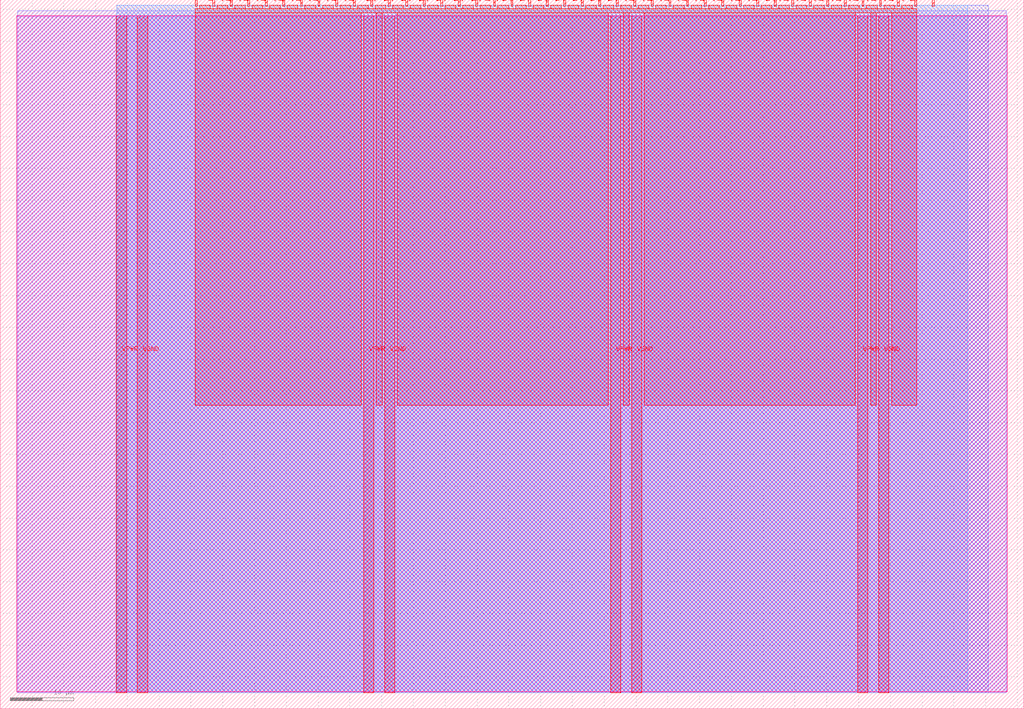
<source format=lef>
VERSION 5.7 ;
  NOWIREEXTENSIONATPIN ON ;
  DIVIDERCHAR "/" ;
  BUSBITCHARS "[]" ;
MACRO tt_um_morse_w_serial
  CLASS BLOCK ;
  FOREIGN tt_um_morse_w_serial ;
  ORIGIN 0.000 0.000 ;
  SIZE 161.000 BY 111.520 ;
  PIN VGND
    DIRECTION INOUT ;
    USE GROUND ;
    PORT
      LAYER met4 ;
        RECT 21.580 2.480 23.180 109.040 ;
    END
    PORT
      LAYER met4 ;
        RECT 60.450 2.480 62.050 109.040 ;
    END
    PORT
      LAYER met4 ;
        RECT 99.320 2.480 100.920 109.040 ;
    END
    PORT
      LAYER met4 ;
        RECT 138.190 2.480 139.790 109.040 ;
    END
  END VGND
  PIN VPWR
    DIRECTION INOUT ;
    USE POWER ;
    PORT
      LAYER met4 ;
        RECT 18.280 2.480 19.880 109.040 ;
    END
    PORT
      LAYER met4 ;
        RECT 57.150 2.480 58.750 109.040 ;
    END
    PORT
      LAYER met4 ;
        RECT 96.020 2.480 97.620 109.040 ;
    END
    PORT
      LAYER met4 ;
        RECT 134.890 2.480 136.490 109.040 ;
    END
  END VPWR
  PIN clk
    DIRECTION INPUT ;
    USE SIGNAL ;
    ANTENNAGATEAREA 0.852000 ;
    PORT
      LAYER met4 ;
        RECT 143.830 110.520 144.130 111.520 ;
    END
  END clk
  PIN ena
    DIRECTION INPUT ;
    USE SIGNAL ;
    PORT
      LAYER met4 ;
        RECT 146.590 110.520 146.890 111.520 ;
    END
  END ena
  PIN rst_n
    DIRECTION INPUT ;
    USE SIGNAL ;
    ANTENNAGATEAREA 0.196500 ;
    PORT
      LAYER met4 ;
        RECT 141.070 110.520 141.370 111.520 ;
    END
  END rst_n
  PIN ui_in[0]
    DIRECTION INPUT ;
    USE SIGNAL ;
    ANTENNAGATEAREA 0.196500 ;
    PORT
      LAYER met4 ;
        RECT 138.310 110.520 138.610 111.520 ;
    END
  END ui_in[0]
  PIN ui_in[1]
    DIRECTION INPUT ;
    USE SIGNAL ;
    ANTENNAGATEAREA 0.196500 ;
    PORT
      LAYER met4 ;
        RECT 135.550 110.520 135.850 111.520 ;
    END
  END ui_in[1]
  PIN ui_in[2]
    DIRECTION INPUT ;
    USE SIGNAL ;
    ANTENNAGATEAREA 0.196500 ;
    PORT
      LAYER met4 ;
        RECT 132.790 110.520 133.090 111.520 ;
    END
  END ui_in[2]
  PIN ui_in[3]
    DIRECTION INPUT ;
    USE SIGNAL ;
    ANTENNAGATEAREA 0.196500 ;
    PORT
      LAYER met4 ;
        RECT 130.030 110.520 130.330 111.520 ;
    END
  END ui_in[3]
  PIN ui_in[4]
    DIRECTION INPUT ;
    USE SIGNAL ;
    PORT
      LAYER met4 ;
        RECT 127.270 110.520 127.570 111.520 ;
    END
  END ui_in[4]
  PIN ui_in[5]
    DIRECTION INPUT ;
    USE SIGNAL ;
    PORT
      LAYER met4 ;
        RECT 124.510 110.520 124.810 111.520 ;
    END
  END ui_in[5]
  PIN ui_in[6]
    DIRECTION INPUT ;
    USE SIGNAL ;
    PORT
      LAYER met4 ;
        RECT 121.750 110.520 122.050 111.520 ;
    END
  END ui_in[6]
  PIN ui_in[7]
    DIRECTION INPUT ;
    USE SIGNAL ;
    ANTENNAGATEAREA 0.126000 ;
    PORT
      LAYER met4 ;
        RECT 118.990 110.520 119.290 111.520 ;
    END
  END ui_in[7]
  PIN uio_in[0]
    DIRECTION INPUT ;
    USE SIGNAL ;
    PORT
      LAYER met4 ;
        RECT 116.230 110.520 116.530 111.520 ;
    END
  END uio_in[0]
  PIN uio_in[1]
    DIRECTION INPUT ;
    USE SIGNAL ;
    PORT
      LAYER met4 ;
        RECT 113.470 110.520 113.770 111.520 ;
    END
  END uio_in[1]
  PIN uio_in[2]
    DIRECTION INPUT ;
    USE SIGNAL ;
    PORT
      LAYER met4 ;
        RECT 110.710 110.520 111.010 111.520 ;
    END
  END uio_in[2]
  PIN uio_in[3]
    DIRECTION INPUT ;
    USE SIGNAL ;
    PORT
      LAYER met4 ;
        RECT 107.950 110.520 108.250 111.520 ;
    END
  END uio_in[3]
  PIN uio_in[4]
    DIRECTION INPUT ;
    USE SIGNAL ;
    PORT
      LAYER met4 ;
        RECT 105.190 110.520 105.490 111.520 ;
    END
  END uio_in[4]
  PIN uio_in[5]
    DIRECTION INPUT ;
    USE SIGNAL ;
    PORT
      LAYER met4 ;
        RECT 102.430 110.520 102.730 111.520 ;
    END
  END uio_in[5]
  PIN uio_in[6]
    DIRECTION INPUT ;
    USE SIGNAL ;
    PORT
      LAYER met4 ;
        RECT 99.670 110.520 99.970 111.520 ;
    END
  END uio_in[6]
  PIN uio_in[7]
    DIRECTION INPUT ;
    USE SIGNAL ;
    PORT
      LAYER met4 ;
        RECT 96.910 110.520 97.210 111.520 ;
    END
  END uio_in[7]
  PIN uio_oe[0]
    DIRECTION OUTPUT ;
    USE SIGNAL ;
    PORT
      LAYER met4 ;
        RECT 49.990 110.520 50.290 111.520 ;
    END
  END uio_oe[0]
  PIN uio_oe[1]
    DIRECTION OUTPUT ;
    USE SIGNAL ;
    PORT
      LAYER met4 ;
        RECT 47.230 110.520 47.530 111.520 ;
    END
  END uio_oe[1]
  PIN uio_oe[2]
    DIRECTION OUTPUT ;
    USE SIGNAL ;
    PORT
      LAYER met4 ;
        RECT 44.470 110.520 44.770 111.520 ;
    END
  END uio_oe[2]
  PIN uio_oe[3]
    DIRECTION OUTPUT ;
    USE SIGNAL ;
    PORT
      LAYER met4 ;
        RECT 41.710 110.520 42.010 111.520 ;
    END
  END uio_oe[3]
  PIN uio_oe[4]
    DIRECTION OUTPUT ;
    USE SIGNAL ;
    PORT
      LAYER met4 ;
        RECT 38.950 110.520 39.250 111.520 ;
    END
  END uio_oe[4]
  PIN uio_oe[5]
    DIRECTION OUTPUT ;
    USE SIGNAL ;
    PORT
      LAYER met4 ;
        RECT 36.190 110.520 36.490 111.520 ;
    END
  END uio_oe[5]
  PIN uio_oe[6]
    DIRECTION OUTPUT ;
    USE SIGNAL ;
    PORT
      LAYER met4 ;
        RECT 33.430 110.520 33.730 111.520 ;
    END
  END uio_oe[6]
  PIN uio_oe[7]
    DIRECTION OUTPUT ;
    USE SIGNAL ;
    PORT
      LAYER met4 ;
        RECT 30.670 110.520 30.970 111.520 ;
    END
  END uio_oe[7]
  PIN uio_out[0]
    DIRECTION OUTPUT ;
    USE SIGNAL ;
    PORT
      LAYER met4 ;
        RECT 72.070 110.520 72.370 111.520 ;
    END
  END uio_out[0]
  PIN uio_out[1]
    DIRECTION OUTPUT ;
    USE SIGNAL ;
    PORT
      LAYER met4 ;
        RECT 69.310 110.520 69.610 111.520 ;
    END
  END uio_out[1]
  PIN uio_out[2]
    DIRECTION OUTPUT ;
    USE SIGNAL ;
    PORT
      LAYER met4 ;
        RECT 66.550 110.520 66.850 111.520 ;
    END
  END uio_out[2]
  PIN uio_out[3]
    DIRECTION OUTPUT ;
    USE SIGNAL ;
    PORT
      LAYER met4 ;
        RECT 63.790 110.520 64.090 111.520 ;
    END
  END uio_out[3]
  PIN uio_out[4]
    DIRECTION OUTPUT ;
    USE SIGNAL ;
    PORT
      LAYER met4 ;
        RECT 61.030 110.520 61.330 111.520 ;
    END
  END uio_out[4]
  PIN uio_out[5]
    DIRECTION OUTPUT ;
    USE SIGNAL ;
    PORT
      LAYER met4 ;
        RECT 58.270 110.520 58.570 111.520 ;
    END
  END uio_out[5]
  PIN uio_out[6]
    DIRECTION OUTPUT ;
    USE SIGNAL ;
    PORT
      LAYER met4 ;
        RECT 55.510 110.520 55.810 111.520 ;
    END
  END uio_out[6]
  PIN uio_out[7]
    DIRECTION OUTPUT ;
    USE SIGNAL ;
    PORT
      LAYER met4 ;
        RECT 52.750 110.520 53.050 111.520 ;
    END
  END uio_out[7]
  PIN uo_out[0]
    DIRECTION OUTPUT ;
    USE SIGNAL ;
    ANTENNADIFFAREA 0.445500 ;
    PORT
      LAYER met4 ;
        RECT 94.150 110.520 94.450 111.520 ;
    END
  END uo_out[0]
  PIN uo_out[1]
    DIRECTION OUTPUT ;
    USE SIGNAL ;
    ANTENNADIFFAREA 0.445500 ;
    PORT
      LAYER met4 ;
        RECT 91.390 110.520 91.690 111.520 ;
    END
  END uo_out[1]
  PIN uo_out[2]
    DIRECTION OUTPUT ;
    USE SIGNAL ;
    ANTENNADIFFAREA 0.445500 ;
    PORT
      LAYER met4 ;
        RECT 88.630 110.520 88.930 111.520 ;
    END
  END uo_out[2]
  PIN uo_out[3]
    DIRECTION OUTPUT ;
    USE SIGNAL ;
    ANTENNADIFFAREA 0.445500 ;
    PORT
      LAYER met4 ;
        RECT 85.870 110.520 86.170 111.520 ;
    END
  END uo_out[3]
  PIN uo_out[4]
    DIRECTION OUTPUT ;
    USE SIGNAL ;
    ANTENNADIFFAREA 0.445500 ;
    PORT
      LAYER met4 ;
        RECT 83.110 110.520 83.410 111.520 ;
    END
  END uo_out[4]
  PIN uo_out[5]
    DIRECTION OUTPUT ;
    USE SIGNAL ;
    PORT
      LAYER met4 ;
        RECT 80.350 110.520 80.650 111.520 ;
    END
  END uo_out[5]
  PIN uo_out[6]
    DIRECTION OUTPUT ;
    USE SIGNAL ;
    ANTENNADIFFAREA 0.445500 ;
    PORT
      LAYER met4 ;
        RECT 77.590 110.520 77.890 111.520 ;
    END
  END uo_out[6]
  PIN uo_out[7]
    DIRECTION OUTPUT ;
    USE SIGNAL ;
    ANTENNADIFFAREA 0.445500 ;
    PORT
      LAYER met4 ;
        RECT 74.830 110.520 75.130 111.520 ;
    END
  END uo_out[7]
  OBS
      LAYER nwell ;
        RECT 2.570 2.635 158.430 108.990 ;
      LAYER li1 ;
        RECT 2.760 2.635 158.240 108.885 ;
      LAYER met1 ;
        RECT 2.760 2.480 158.240 109.780 ;
      LAYER met2 ;
        RECT 18.310 2.535 155.380 110.685 ;
      LAYER met3 ;
        RECT 18.290 2.555 152.195 110.665 ;
      LAYER met4 ;
        RECT 31.370 110.120 33.030 110.665 ;
        RECT 34.130 110.120 35.790 110.665 ;
        RECT 36.890 110.120 38.550 110.665 ;
        RECT 39.650 110.120 41.310 110.665 ;
        RECT 42.410 110.120 44.070 110.665 ;
        RECT 45.170 110.120 46.830 110.665 ;
        RECT 47.930 110.120 49.590 110.665 ;
        RECT 50.690 110.120 52.350 110.665 ;
        RECT 53.450 110.120 55.110 110.665 ;
        RECT 56.210 110.120 57.870 110.665 ;
        RECT 58.970 110.120 60.630 110.665 ;
        RECT 61.730 110.120 63.390 110.665 ;
        RECT 64.490 110.120 66.150 110.665 ;
        RECT 67.250 110.120 68.910 110.665 ;
        RECT 70.010 110.120 71.670 110.665 ;
        RECT 72.770 110.120 74.430 110.665 ;
        RECT 75.530 110.120 77.190 110.665 ;
        RECT 78.290 110.120 79.950 110.665 ;
        RECT 81.050 110.120 82.710 110.665 ;
        RECT 83.810 110.120 85.470 110.665 ;
        RECT 86.570 110.120 88.230 110.665 ;
        RECT 89.330 110.120 90.990 110.665 ;
        RECT 92.090 110.120 93.750 110.665 ;
        RECT 94.850 110.120 96.510 110.665 ;
        RECT 97.610 110.120 99.270 110.665 ;
        RECT 100.370 110.120 102.030 110.665 ;
        RECT 103.130 110.120 104.790 110.665 ;
        RECT 105.890 110.120 107.550 110.665 ;
        RECT 108.650 110.120 110.310 110.665 ;
        RECT 111.410 110.120 113.070 110.665 ;
        RECT 114.170 110.120 115.830 110.665 ;
        RECT 116.930 110.120 118.590 110.665 ;
        RECT 119.690 110.120 121.350 110.665 ;
        RECT 122.450 110.120 124.110 110.665 ;
        RECT 125.210 110.120 126.870 110.665 ;
        RECT 127.970 110.120 129.630 110.665 ;
        RECT 130.730 110.120 132.390 110.665 ;
        RECT 133.490 110.120 135.150 110.665 ;
        RECT 136.250 110.120 137.910 110.665 ;
        RECT 139.010 110.120 140.670 110.665 ;
        RECT 141.770 110.120 143.430 110.665 ;
        RECT 30.655 109.440 144.145 110.120 ;
        RECT 30.655 47.775 56.750 109.440 ;
        RECT 59.150 47.775 60.050 109.440 ;
        RECT 62.450 47.775 95.620 109.440 ;
        RECT 98.020 47.775 98.920 109.440 ;
        RECT 101.320 47.775 134.490 109.440 ;
        RECT 136.890 47.775 137.790 109.440 ;
        RECT 140.190 47.775 144.145 109.440 ;
  END
END tt_um_morse_w_serial
END LIBRARY


</source>
